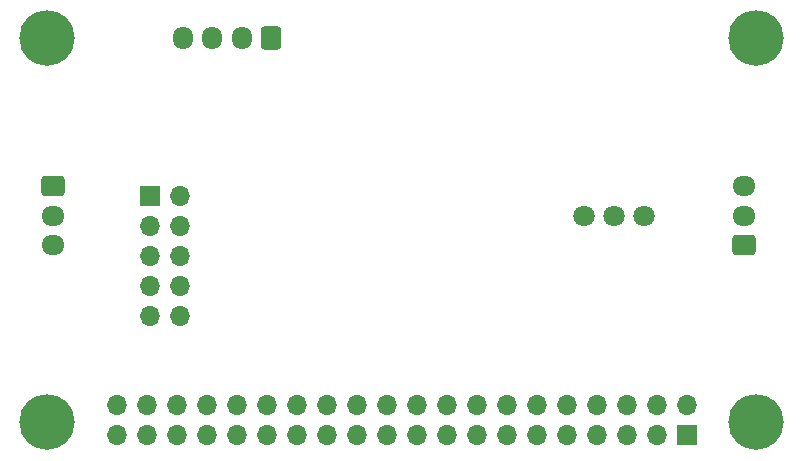
<source format=gbr>
%TF.GenerationSoftware,KiCad,Pcbnew,8.0.5*%
%TF.CreationDate,2024-10-22T17:39:12+02:00*%
%TF.ProjectId,Ingenuity,496e6765-6e75-4697-9479-2e6b69636164,rev?*%
%TF.SameCoordinates,Original*%
%TF.FileFunction,Soldermask,Bot*%
%TF.FilePolarity,Negative*%
%FSLAX46Y46*%
G04 Gerber Fmt 4.6, Leading zero omitted, Abs format (unit mm)*
G04 Created by KiCad (PCBNEW 8.0.5) date 2024-10-22 17:39:12*
%MOMM*%
%LPD*%
G01*
G04 APERTURE LIST*
G04 Aperture macros list*
%AMRoundRect*
0 Rectangle with rounded corners*
0 $1 Rounding radius*
0 $2 $3 $4 $5 $6 $7 $8 $9 X,Y pos of 4 corners*
0 Add a 4 corners polygon primitive as box body*
4,1,4,$2,$3,$4,$5,$6,$7,$8,$9,$2,$3,0*
0 Add four circle primitives for the rounded corners*
1,1,$1+$1,$2,$3*
1,1,$1+$1,$4,$5*
1,1,$1+$1,$6,$7*
1,1,$1+$1,$8,$9*
0 Add four rect primitives between the rounded corners*
20,1,$1+$1,$2,$3,$4,$5,0*
20,1,$1+$1,$4,$5,$6,$7,0*
20,1,$1+$1,$6,$7,$8,$9,0*
20,1,$1+$1,$8,$9,$2,$3,0*%
G04 Aperture macros list end*
%ADD10C,1.800000*%
%ADD11RoundRect,0.250000X0.725000X-0.600000X0.725000X0.600000X-0.725000X0.600000X-0.725000X-0.600000X0*%
%ADD12O,1.950000X1.700000*%
%ADD13RoundRect,0.250000X-0.725000X0.600000X-0.725000X-0.600000X0.725000X-0.600000X0.725000X0.600000X0*%
%ADD14R,1.700000X1.700000*%
%ADD15O,1.700000X1.700000*%
%ADD16RoundRect,0.250000X0.600000X0.725000X-0.600000X0.725000X-0.600000X-0.725000X0.600000X-0.725000X0*%
%ADD17O,1.700000X1.950000*%
%ADD18C,4.700000*%
G04 APERTURE END LIST*
D10*
%TO.C,U1*%
X181040000Y-110000000D03*
X178500000Y-110000000D03*
X175960000Y-110000000D03*
%TD*%
D11*
%TO.C,J5*%
X189500000Y-112500000D03*
D12*
X189500000Y-110000000D03*
X189500000Y-107500000D03*
%TD*%
D13*
%TO.C,J4*%
X131025000Y-107500000D03*
D12*
X131025000Y-110000000D03*
X131025000Y-112500000D03*
%TD*%
D14*
%TO.C,J3*%
X184740000Y-128540000D03*
D15*
X184740000Y-126000000D03*
X182200000Y-128540000D03*
X182200000Y-126000000D03*
X179660000Y-128540000D03*
X179660000Y-126000000D03*
X177120000Y-128540000D03*
X177120000Y-126000000D03*
X174580000Y-128540000D03*
X174580000Y-126000000D03*
X172040000Y-128540000D03*
X172040000Y-126000000D03*
X169500000Y-128540000D03*
X169500000Y-126000000D03*
X166960000Y-128540000D03*
X166960000Y-126000000D03*
X164420000Y-128540000D03*
X164420000Y-126000000D03*
X161880000Y-128540000D03*
X161880000Y-126000000D03*
X159340000Y-128540000D03*
X159340000Y-126000000D03*
X156800000Y-128540000D03*
X156800000Y-126000000D03*
X154260000Y-128540000D03*
X154260000Y-126000000D03*
X151720000Y-128540000D03*
X151720000Y-126000000D03*
X149180000Y-128540000D03*
X149180000Y-126000000D03*
X146640000Y-128540000D03*
X146640000Y-126000000D03*
X144100000Y-128540000D03*
X144100000Y-126000000D03*
X141560000Y-128540000D03*
X141560000Y-126000000D03*
X139020000Y-128540000D03*
X139020000Y-126000000D03*
X136480000Y-128540000D03*
X136480000Y-126000000D03*
%TD*%
D14*
%TO.C,J2*%
X139225000Y-108380000D03*
D15*
X141765000Y-108380000D03*
X139225000Y-110920000D03*
X141765000Y-110920000D03*
X139225000Y-113460000D03*
X141765000Y-113460000D03*
X139225000Y-116000000D03*
X141765000Y-116000000D03*
X139225000Y-118540000D03*
X141765000Y-118540000D03*
%TD*%
D16*
%TO.C,J1*%
X149500000Y-95000000D03*
D17*
X147000000Y-95000000D03*
X144500000Y-95000000D03*
X142000000Y-95000000D03*
%TD*%
D18*
%TO.C,H4*%
X130500000Y-127500000D03*
%TD*%
%TO.C,H3*%
X190500000Y-127500000D03*
%TD*%
%TO.C,H2*%
X190500000Y-95000000D03*
%TD*%
%TO.C,H1*%
X130500000Y-95000000D03*
%TD*%
M02*

</source>
